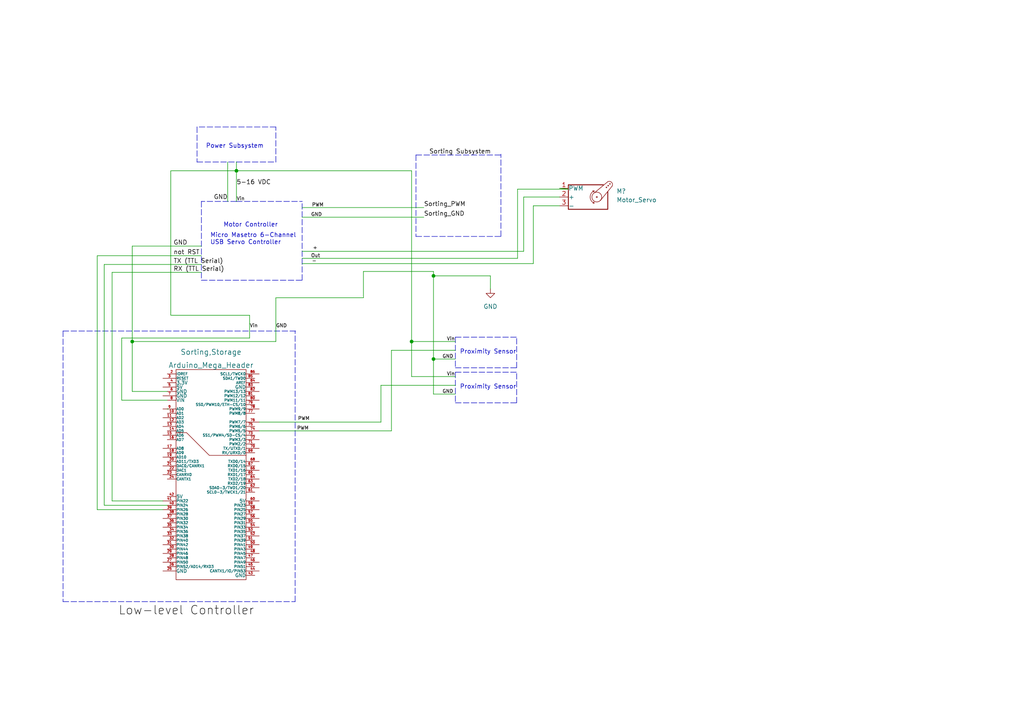
<source format=kicad_sch>
(kicad_sch (version 20211123) (generator eeschema)
  (paper "A4")
  (lib_symbols
    (symbol "Motor:Motor_Servo" (pin_names (offset 0.0254))
      (property "Reference" "M" (at -5.08 4.445 0))
      (property "Value" "Motor_Servo" (at -5.08 -4.064 0))
      (symbol "Motor_Servo_0_1"
        (polyline (pts (xy 2.413 -1.778) (xy 2.032 -1.778)))
        (polyline (pts (xy 2.413 -1.778) (xy 2.286 -1.397)))
        (polyline (pts (xy 2.413 1.778) (xy 1.905 1.778)))
        (polyline (pts (xy 2.413 1.778) (xy 2.286 1.397)))
        (polyline (pts (xy 6.35 4.445) (xy 2.54 1.27)))
        (polyline (pts (xy 7.62 3.175) (xy 4.191 -1.016)))
        (polyline (pts (xy 5.08 3.556) (xy -5.08 3.556) (xy -5.08 -3.556) (xy 6.35 -3.556) (xy 6.35 1.524)) (stroke (width 0.254)))
        (arc (start 2.413 1.778) (mid 1.2406 0) (end 2.413 -1.778))
        (circle (center 3.175 0) (radius 0.1778))
        (circle (center 3.175 0) (radius 1.4224))
        (circle (center 5.969 2.794) (radius 0.127))
        (circle (center 6.477 3.302) (radius 0.127))
        (circle (center 6.985 3.81) (radius 0.127))
        (arc (start 7.62 3.175) (mid 7.4485 4.2735) (end 6.35 4.445))
      )
      (symbol "Motor_Servo_1_1"
        (pin passive line (at -7.62 2.54 0) (length 2.54) (name "PWM") (number "1"))
        (pin passive line (at -7.62 0 0) (length 2.54) (name "+") (number "2"))
        (pin passive line (at -7.62 -2.54 0) (length 2.54) (name "-") (number "3"))
      )
    )
    (symbol "power:GND" (power) (pin_names (offset 0))
      (property "Value" "GND" (at 0 -3.81 0))
      (symbol "GND_0_1"
        (polyline (pts (xy 0 0) (xy 0 -1.27) (xy 1.27 -1.27) (xy 0 -2.54) (xy -1.27 -1.27) (xy 0 -1.27)))
      )
      (symbol "GND_1_1"
        (pin power_in line (at 0 0 270) (length 0) hide (name "GND") (number "1"))
      )
    )
    (symbol "w_connectors:Arduino_Mega_Header" (pin_names (offset 0.0254))
      (property "Reference" "J" (at 0 31.75 0))
      (property "Value" "Arduino_Mega_Header" (at 0 -31.75 0))
      (symbol "Arduino_Mega_Header_0_1"
        (polyline (pts (xy -8.636 12.192) (xy -9.652 12.192)))
        (polyline (pts (xy 10.16 5.588) (xy -0.508 5.588) (xy -7.112 12.192) (xy -10.16 12.192)))
        (rectangle (start 10.16 -30.48) (end -10.16 30.48))
      )
      (symbol "Arduino_Mega_Header_1_1"
        (pin passive line (at -12.7 17.78 0) (length 2.54) (name "AD1") (number "10"))
        (pin passive line (at -13.97 16.51 0) (length 3.81) (name "AD2") (number "11"))
        (pin passive line (at -12.7 15.24 0) (length 2.54) (name "AD3") (number "12"))
        (pin passive line (at -13.97 13.97 0) (length 3.81) (name "AD4") (number "13"))
        (pin passive line (at -12.7 12.7 0) (length 2.54) (name "AD5") (number "14"))
        (pin passive line (at -13.97 11.43 0) (length 3.81) (name "AD6") (number "15"))
        (pin passive line (at -12.7 10.16 0) (length 2.54) (name "AD7") (number "16"))
        (pin passive line (at -13.97 7.62 0) (length 3.81) (name "AD8") (number "17"))
        (pin passive line (at -12.7 6.35 0) (length 2.54) (name "AD9") (number "18"))
        (pin passive line (at -13.97 5.08 0) (length 3.81) (name "AD10") (number "19"))
        (pin passive line (at -12.7 29.21 0) (length 2.54) (name "IOREF") (number "2"))
        (pin passive line (at -12.7 3.81 0) (length 2.54) (name "AD11/TXD3") (number "20"))
        (pin passive line (at -13.97 2.54 0) (length 3.81) (name "DAC0/CANRX1") (number "21"))
        (pin passive line (at -12.7 1.27 0) (length 2.54) (name "DAC1") (number "22"))
        (pin passive line (at -13.97 0 0) (length 3.81) (name "CANRX0") (number "23"))
        (pin passive line (at -12.7 -1.27 0) (length 2.54) (name "CANTX1") (number "24"))
        (pin passive line (at -13.97 -27.94 0) (length 3.81) (name "GND") (number "25"))
        (pin passive line (at -12.7 -26.67 0) (length 2.54) (name "PIN52/AD14/RXD3") (number "26"))
        (pin passive line (at -13.97 -25.4 0) (length 3.81) (name "PIN50") (number "27"))
        (pin passive line (at -12.7 -24.13 0) (length 2.54) (name "PIN48") (number "28"))
        (pin passive line (at -13.97 -22.86 0) (length 3.81) (name "PIN46") (number "29"))
        (pin passive line (at -13.97 27.94 0) (length 3.81) (name "RESET") (number "3"))
        (pin passive line (at -12.7 -21.59 0) (length 2.54) (name "PIN44") (number "30"))
        (pin passive line (at -13.97 -20.32 0) (length 3.81) (name "PIN42") (number "31"))
        (pin passive line (at -12.7 -19.05 0) (length 2.54) (name "PIN40") (number "32"))
        (pin passive line (at -13.97 -17.78 0) (length 3.81) (name "PIN38") (number "33"))
        (pin passive line (at -12.7 -16.51 0) (length 2.54) (name "PIN36") (number "34"))
        (pin passive line (at -13.97 -15.24 0) (length 3.81) (name "PIN34") (number "35"))
        (pin passive line (at -12.7 -13.97 0) (length 2.54) (name "PIN32") (number "36"))
        (pin passive line (at -13.97 -12.7 0) (length 3.81) (name "PIN30") (number "37"))
        (pin passive line (at -12.7 -11.43 0) (length 2.54) (name "PIN28") (number "38"))
        (pin passive line (at -13.97 -10.16 0) (length 3.81) (name "PIN26") (number "39"))
        (pin passive line (at -12.7 26.67 0) (length 2.54) (name "3.3V") (number "4"))
        (pin passive line (at -12.7 -8.89 0) (length 2.54) (name "PIN24") (number "40"))
        (pin passive line (at -13.97 -7.62 0) (length 3.81) (name "PIN22") (number "41"))
        (pin passive line (at -12.7 -6.35 0) (length 2.54) (name "5V") (number "42"))
        (pin passive line (at 12.7 -29.21 180) (length 2.54) (name "GND") (number "43"))
        (pin passive line (at 13.97 -27.94 180) (length 3.81) (name "CANTX1/IO/PIN53") (number "44"))
        (pin passive line (at 12.7 -26.67 180) (length 2.54) (name "PIN51") (number "45"))
        (pin passive line (at 13.97 -25.4 180) (length 3.81) (name "PIN49") (number "46"))
        (pin passive line (at 12.7 -24.13 180) (length 2.54) (name "PIN47") (number "47"))
        (pin passive line (at 13.97 -22.86 180) (length 3.81) (name "PIN45") (number "48"))
        (pin passive line (at 12.7 -21.59 180) (length 2.54) (name "PIN43") (number "49"))
        (pin passive line (at -13.97 25.4 0) (length 3.81) (name "5V") (number "5"))
        (pin passive line (at 13.97 -20.32 180) (length 3.81) (name "PIN41") (number "50"))
        (pin passive line (at 12.7 -19.05 180) (length 2.54) (name "PIN39") (number "51"))
        (pin passive line (at 13.97 -17.78 180) (length 3.81) (name "PIN37") (number "52"))
        (pin passive line (at 12.7 -16.51 180) (length 2.54) (name "PIN35") (number "53"))
        (pin passive line (at 13.97 -15.24 180) (length 3.81) (name "PIN33") (number "54"))
        (pin passive line (at 12.7 -13.97 180) (length 2.54) (name "PIN31") (number "55"))
        (pin passive line (at 13.97 -12.7 180) (length 3.81) (name "PIN29") (number "56"))
        (pin passive line (at 12.7 -11.43 180) (length 2.54) (name "PIN27") (number "57"))
        (pin passive line (at 13.97 -10.16 180) (length 3.81) (name "PIN25") (number "58"))
        (pin passive line (at 12.7 -8.89 180) (length 2.54) (name "PIN23") (number "59"))
        (pin passive line (at -12.7 24.13 0) (length 2.54) (name "GND") (number "6"))
        (pin passive line (at 13.97 -7.62 180) (length 3.81) (name "5V") (number "60"))
        (pin passive line (at 12.7 -5.08 180) (length 2.54) (name "SCL0-3/TWCK1/21") (number "61"))
        (pin passive line (at 13.97 -3.81 180) (length 3.81) (name "SDA0-3/TWD1/20") (number "62"))
        (pin passive line (at 12.7 -2.54 180) (length 2.54) (name "RXD2/19") (number "63"))
        (pin passive line (at 13.97 -1.27 180) (length 3.81) (name "TXD2/18") (number "64"))
        (pin passive line (at 12.7 0 180) (length 2.54) (name "RXD1/17") (number "65"))
        (pin passive line (at 13.97 1.27 180) (length 3.81) (name "TXD1/16") (number "66"))
        (pin passive line (at 12.7 2.54 180) (length 2.54) (name "RXD0/15") (number "67"))
        (pin passive line (at 13.97 3.81 180) (length 3.81) (name "TXD0/14") (number "68"))
        (pin passive line (at 12.7 6.35 180) (length 2.54) (name "RX/URXD/0") (number "69"))
        (pin passive line (at -13.97 22.86 0) (length 3.81) (name "GND") (number "7"))
        (pin passive line (at 13.97 7.62 180) (length 3.81) (name "TX/UTXD/1") (number "70"))
        (pin passive line (at 12.7 8.89 180) (length 2.54) (name "PWM2/2") (number "71"))
        (pin passive line (at 13.97 10.16 180) (length 3.81) (name "PWM3/3") (number "72"))
        (pin passive line (at 12.7 11.43 180) (length 2.54) (name "SS1/PWM4/SD-CS/4") (number "73"))
        (pin passive line (at 13.97 12.7 180) (length 3.81) (name "PWM5/5") (number "74"))
        (pin passive line (at 12.7 13.97 180) (length 2.54) (name "PWM6/6") (number "75"))
        (pin passive line (at 13.97 15.24 180) (length 3.81) (name "PWM7/7") (number "76"))
        (pin passive line (at 12.7 17.78 180) (length 2.54) (name "PWM8/8") (number "77"))
        (pin passive line (at 13.97 19.05 180) (length 3.81) (name "PWM9/9") (number "78"))
        (pin passive line (at 12.7 20.32 180) (length 2.54) (name "SS0/PWM10/ETH-CS/10") (number "79"))
        (pin passive line (at -12.7 21.59 0) (length 2.54) (name "VIN") (number "8"))
        (pin passive line (at 13.97 21.59 180) (length 3.81) (name "PWM11/11") (number "80"))
        (pin passive line (at 12.7 22.86 180) (length 2.54) (name "PWM12/12") (number "81"))
        (pin passive line (at 13.97 24.13 180) (length 3.81) (name "PWM13/13") (number "82"))
        (pin passive line (at 12.7 25.4 180) (length 2.54) (name "GND") (number "83"))
        (pin passive line (at 13.97 26.67 180) (length 3.81) (name "AREF") (number "84"))
        (pin passive line (at 12.7 27.94 180) (length 2.54) (name "SDA1/TWD0") (number "85"))
        (pin passive line (at 13.97 29.21 180) (length 3.81) (name "SCL1/TWCK0") (number "86"))
        (pin passive line (at -13.97 19.05 0) (length 3.81) (name "AD0") (number "9"))
      )
    )
  )
  (junction (at 125.73 104.14))
  (junction (at 38.354 99.06))
  (junction (at 119.38 99.06))
  (junction (at 125.73 80.01))
  (junction (at 68.58 49.53))
  (polyline (pts (xy 58.42 58.42) (xy 58.42 81.28)))
  (polyline (pts (xy 132.08 97.79) (xy 149.86 97.79)))
  (wire (pts (xy 119.38 99.06) (xy 119.38 109.22)))
  (wire (pts (xy 32.512 145.288) (xy 47.244 145.288)))
  (wire (pts (xy 87.63 60.198) (xy 122.936 60.198)))
  (wire (pts (xy 110.49 122.428) (xy 110.49 111.76)))
  (wire (pts (xy 125.73 114.3) (xy 132.08 114.3)))
  (wire (pts (xy 68.58 46.99) (xy 68.58 49.53)))
  (wire (pts (xy 154.686 59.69) (xy 162.306 59.69)))
  (polyline (pts (xy 132.08 106.68) (xy 149.86 106.68)))
  (wire (pts (xy 162.306 57.15) (xy 151.892 57.15)))
  (wire (pts (xy 72.39 98.044) (xy 35.306 98.044)))
  (wire (pts (xy 87.63 62.992) (xy 122.936 62.992)))
  (polyline (pts (xy 80.01 36.83) (xy 57.15 36.83)))
  (wire (pts (xy 68.58 49.53) (xy 68.58 58.42)))
  (wire (pts (xy 32.512 78.994) (xy 58.42 78.994)))
  (wire (pts (xy 150.114 54.864) (xy 150.114 74.93)))
  (wire (pts (xy 30.226 146.558) (xy 30.226 76.708)))
  (polyline (pts (xy 63.5 96.012) (xy 86.106 96.012)))
  (polyline (pts (xy 149.86 116.84) (xy 149.86 107.95)))
  (polyline (pts (xy 149.86 106.68) (xy 149.86 97.79)))
  (wire (pts (xy 164.846 54.864) (xy 162.306 54.61)))
  (polyline (pts (xy 87.63 81.28) (xy 87.63 58.42)))
  (wire (pts (xy 113.538 101.6) (xy 113.538 124.968)))
  (wire (pts (xy 110.49 111.76) (xy 132.08 111.76)))
  (polyline (pts (xy 18.288 96.012) (xy 63.5 96.012)))
  (polyline (pts (xy 68.58 46.99) (xy 80.01 46.99)))
  (wire (pts (xy 38.354 99.06) (xy 38.354 113.538)))
  (polyline (pts (xy 132.08 97.79) (xy 132.08 106.68)))
  (wire (pts (xy 87.63 76.454) (xy 154.686 76.454)))
  (wire (pts (xy 75.184 124.968) (xy 113.538 124.968)))
  (wire (pts (xy 154.686 76.454) (xy 154.686 59.69)))
  (polyline (pts (xy 120.65 44.958) (xy 120.65 68.58)))
  (wire (pts (xy 32.512 145.288) (xy 32.512 78.994)))
  (wire (pts (xy 35.306 98.044) (xy 35.306 116.078)))
  (wire (pts (xy 113.538 101.6) (xy 132.08 101.6)))
  (wire (pts (xy 68.58 49.53) (xy 49.53 49.53)))
  (wire (pts (xy 28.194 74.168) (xy 58.42 74.168)))
  (polyline (pts (xy 68.58 58.42) (xy 58.42 58.42)))
  (wire (pts (xy 48.514 118.618) (xy 48.768 118.618)))
  (wire (pts (xy 75.184 122.428) (xy 110.49 122.428)))
  (wire (pts (xy 105.41 86.36) (xy 105.41 78.74)))
  (polyline (pts (xy 132.08 107.95) (xy 149.86 107.95)))
  (wire (pts (xy 80.01 86.36) (xy 80.01 99.06)))
  (wire (pts (xy 87.63 74.93) (xy 150.114 74.93)))
  (wire (pts (xy 49.53 49.53) (xy 49.53 91.44)))
  (polyline (pts (xy 120.65 44.958) (xy 145.288 44.958)))
  (polyline (pts (xy 18.288 96.012) (xy 18.288 174.498)))
  (wire (pts (xy 80.01 86.36) (xy 105.41 86.36)))
  (polyline (pts (xy 132.08 107.95) (xy 132.08 116.84)))
  (wire (pts (xy 87.63 72.898) (xy 151.892 72.898)))
  (wire (pts (xy 105.41 78.74) (xy 125.73 78.74)))
  (wire (pts (xy 72.39 91.44) (xy 72.39 98.044)))
  (wire (pts (xy 119.38 109.22) (xy 132.08 109.22)))
  (wire (pts (xy 119.38 99.06) (xy 132.08 99.06)))
  (wire (pts (xy 151.892 57.15) (xy 151.892 72.898)))
  (polyline (pts (xy 120.65 68.58) (xy 145.288 68.58)))
  (wire (pts (xy 30.226 76.708) (xy 58.42 76.708)))
  (polyline (pts (xy 80.01 46.99) (xy 80.01 36.83)))
  (wire (pts (xy 68.58 49.53) (xy 119.38 49.53)))
  (wire (pts (xy 80.01 99.06) (xy 38.354 99.06)))
  (polyline (pts (xy 145.288 68.58) (xy 145.288 44.704)))
  (polyline (pts (xy 58.42 81.28) (xy 87.63 81.28)))
  (wire (pts (xy 49.53 91.44) (xy 72.39 91.44)))
  (wire (pts (xy 28.194 147.828) (xy 28.194 74.168)))
  (wire (pts (xy 48.514 116.078) (xy 35.306 116.078)))
  (polyline (pts (xy 57.15 36.83) (xy 57.15 46.99)))
  (wire (pts (xy 48.514 146.558) (xy 30.226 146.558)))
  (wire (pts (xy 125.73 104.14) (xy 125.73 114.3)))
  (polyline (pts (xy 85.598 174.498) (xy 85.598 96.012)))
  (polyline (pts (xy 57.15 46.99) (xy 68.58 46.99)))
  (wire (pts (xy 47.244 147.828) (xy 28.194 147.828)))
  (wire (pts (xy 150.114 54.864) (xy 164.846 54.864)))
  (wire (pts (xy 125.73 104.14) (xy 132.08 104.14)))
  (wire (pts (xy 119.38 49.53) (xy 119.38 99.06)))
  (wire (pts (xy 66.04 46.99) (xy 66.04 58.42)))
  (wire (pts (xy 142.24 80.01) (xy 125.73 80.01)))
  (wire (pts (xy 125.73 80.01) (xy 125.73 104.14)))
  (polyline (pts (xy 68.58 58.42) (xy 87.63 58.42)))
  (polyline (pts (xy 132.08 116.84) (xy 149.86 116.84)))
  (wire (pts (xy 142.24 80.01) (xy 142.24 83.82)))
  (wire (pts (xy 38.354 71.374) (xy 38.354 99.06)))
  (wire (pts (xy 58.42 71.374) (xy 38.354 71.374)))
  (polyline (pts (xy 18.288 174.498) (xy 85.598 174.498)))
  (wire (pts (xy 125.73 78.74) (xy 125.73 80.01)))
  (wire (pts (xy 38.354 113.538) (xy 48.514 113.538)))
  (text "Motor Controller\n" (at 64.77 66.04 0) (effects (font (size 1.27 1.27)) (justify left bottom)))
  (text "Proximity Sensor" (at 133.35 102.87 0) (effects (font (size 1.27 1.27)) (justify left bottom)))
  (text "Micro Masetro 6-Channel\nUSB Servo Controller\n" (at 60.96 71.12 0) (effects (font (size 1.27 1.27)) (justify left bottom)))
  (text "Power Subsystem\n" (at 59.69 43.18 0) (effects (font (size 1.27 1.27)) (justify left bottom)))
  (text "Proximity Sensor" (at 133.35 113.03 0) (effects (font (size 1.27 1.27)) (justify left bottom)))
  (label "+" (at 90.678 72.644 0) (effects (font (size 1 1))))
  (label "GND" (at 128.27 104.14 0) (effects (font (size 1 1))))
  (label "RX (TTL Serial)" (at 50.292 78.994 0))
  (label "PWM" (at 86.36 122.174 0) (effects (font (size 1 1))))
  (label "GND" (at 66.04 58.166 180))
  (label "Sorting_PWM" (at 122.936 60.198 0))
  (label "Vin" (at 68.58 58.42 0) (effects (font (size 1 1))))
  (label "PWM" (at 86.106 124.968 0) (effects (font (size 1 1))))
  (label "GND" (at 90.17 62.992 0) (effects (font (size 1 1))))
  (label "Sorting Subsystem" (at 124.46 44.958 0))
  (label "Vin" (at 72.39 95.25 0) (effects (font (size 1 1))))
  (label "Low-level Controller" (at 34.29 179.07 0) (effects (font (size 2.5 2.5))))
  (label "PWM" (at 90.424 60.198 0) (effects (font (size 1 1))))
  (label "Vin" (at 129.54 99.06 0) (effects (font (size 1 1))))
  (label "not RST" (at 50.292 74.168 0))
  (label "5-16 VDC" (at 68.58 53.848 0))
  (label "TX (TTL Serial)" (at 50.292 76.708 0))
  (label "GND" (at 80.01 95.25 0) (effects (font (size 1 1))))
  (label "GND" (at 50.292 71.374 0))
  (label "-" (at 90.424 76.454 0) (effects (font (size 1 1))))
  (label "GND" (at 128.27 114.3 0) (effects (font (size 1 1))))
  (label "Vin" (at 129.54 109.22 0) (effects (font (size 1 1))))
  (label "Out" (at 90.17 74.93 0) (effects (font (size 1 1))))
  (label "Sorting_GND" (at 122.936 62.992 0))
  (symbol (lib_id "Motor:Motor_Servo") (at 169.926 57.15 0) (unit 1)
    (property "Reference" "M?" (at 178.816 55.4465 0) (effects (justify left)))
    (property "Value" "Motor_Servo" (at 178.816 57.9865 0) (effects (justify left)))
    (property "Datasheet" "http://forums.parallax.com/uploads/attachments/46831/74481.png" (effects hide))
  )
  (symbol (lib_id "w_connectors:Arduino_Mega_Header") (at 61.214 137.668 0) (unit 1)
    (property "Reference" "Sorting,Storage" (at 61.214 102.108 0) (effects (font (size 1.524 1.524))))
    (property "Value" "Arduino_Mega_Header" (at 61.214 105.918 0) (effects (font (size 1.524 1.524))))
  )
  (symbol (lib_id "power:GND") (at 142.24 83.82 0) (unit 1)
    (property "Reference" "#PWR?" (effects hide))
    (property "Value" "GND" (at 142.24 88.9 0))
  )
)
</source>
